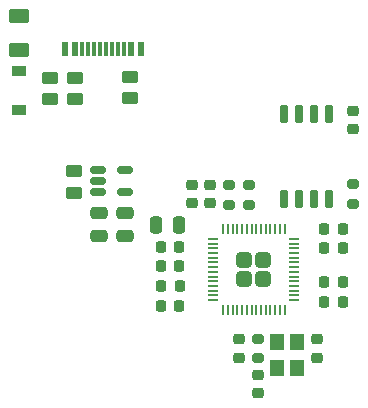
<source format=gbr>
%TF.GenerationSoftware,KiCad,Pcbnew,(6.0.6)*%
%TF.CreationDate,2022-07-15T17:58:13+10:00*%
%TF.ProjectId,SolderingInduction,536f6c64-6572-4696-9e67-496e64756374,1.0.0*%
%TF.SameCoordinates,PX8f0d180PY8f0d180*%
%TF.FileFunction,Paste,Bot*%
%TF.FilePolarity,Positive*%
%FSLAX46Y46*%
G04 Gerber Fmt 4.6, Leading zero omitted, Abs format (unit mm)*
G04 Created by KiCad (PCBNEW (6.0.6)) date 2022-07-15 17:58:13*
%MOMM*%
%LPD*%
G01*
G04 APERTURE LIST*
G04 Aperture macros list*
%AMRoundRect*
0 Rectangle with rounded corners*
0 $1 Rounding radius*
0 $2 $3 $4 $5 $6 $7 $8 $9 X,Y pos of 4 corners*
0 Add a 4 corners polygon primitive as box body*
4,1,4,$2,$3,$4,$5,$6,$7,$8,$9,$2,$3,0*
0 Add four circle primitives for the rounded corners*
1,1,$1+$1,$2,$3*
1,1,$1+$1,$4,$5*
1,1,$1+$1,$6,$7*
1,1,$1+$1,$8,$9*
0 Add four rect primitives between the rounded corners*
20,1,$1+$1,$2,$3,$4,$5,0*
20,1,$1+$1,$4,$5,$6,$7,0*
20,1,$1+$1,$6,$7,$8,$9,0*
20,1,$1+$1,$8,$9,$2,$3,0*%
G04 Aperture macros list end*
%ADD10RoundRect,0.200000X-0.275000X0.200000X-0.275000X-0.200000X0.275000X-0.200000X0.275000X0.200000X0*%
%ADD11RoundRect,0.250000X-0.450000X0.262500X-0.450000X-0.262500X0.450000X-0.262500X0.450000X0.262500X0*%
%ADD12RoundRect,0.250000X0.450000X-0.262500X0.450000X0.262500X-0.450000X0.262500X-0.450000X-0.262500X0*%
%ADD13RoundRect,0.225000X-0.250000X0.225000X-0.250000X-0.225000X0.250000X-0.225000X0.250000X0.225000X0*%
%ADD14RoundRect,0.150000X0.150000X-0.650000X0.150000X0.650000X-0.150000X0.650000X-0.150000X-0.650000X0*%
%ADD15RoundRect,0.225000X-0.225000X-0.250000X0.225000X-0.250000X0.225000X0.250000X-0.225000X0.250000X0*%
%ADD16RoundRect,0.225000X0.225000X0.250000X-0.225000X0.250000X-0.225000X-0.250000X0.225000X-0.250000X0*%
%ADD17R,1.200000X1.400000*%
%ADD18RoundRect,0.225000X0.250000X-0.225000X0.250000X0.225000X-0.250000X0.225000X-0.250000X-0.225000X0*%
%ADD19RoundRect,0.250000X-0.475000X0.250000X-0.475000X-0.250000X0.475000X-0.250000X0.475000X0.250000X0*%
%ADD20RoundRect,0.200000X0.275000X-0.200000X0.275000X0.200000X-0.275000X0.200000X-0.275000X-0.200000X0*%
%ADD21R,1.200000X0.900000*%
%ADD22RoundRect,0.050000X0.387500X0.050000X-0.387500X0.050000X-0.387500X-0.050000X0.387500X-0.050000X0*%
%ADD23RoundRect,0.050000X0.050000X0.387500X-0.050000X0.387500X-0.050000X-0.387500X0.050000X-0.387500X0*%
%ADD24RoundRect,0.249999X0.395001X0.395001X-0.395001X0.395001X-0.395001X-0.395001X0.395001X-0.395001X0*%
%ADD25R,0.600000X1.160000*%
%ADD26R,0.300000X1.160000*%
%ADD27RoundRect,0.250000X-0.625000X0.375000X-0.625000X-0.375000X0.625000X-0.375000X0.625000X0.375000X0*%
%ADD28RoundRect,0.150000X-0.512500X-0.150000X0.512500X-0.150000X0.512500X0.150000X-0.512500X0.150000X0*%
%ADD29RoundRect,0.250000X0.250000X0.475000X-0.250000X0.475000X-0.250000X-0.475000X0.250000X-0.475000X0*%
G04 APERTURE END LIST*
D10*
%TO.C,R3*%
X-11600000Y4125000D03*
X-11600000Y2475000D03*
%TD*%
D11*
%TO.C,R4*%
X-21700000Y13312500D03*
X-21700000Y11487500D03*
%TD*%
D10*
%TO.C,R2*%
X-13300000Y4125000D03*
X-13300000Y2475000D03*
%TD*%
D12*
%TO.C,R8*%
X-26481250Y3487500D03*
X-26481250Y5312500D03*
%TD*%
D13*
%TO.C,C7*%
X-2800000Y10425000D03*
X-2800000Y8875000D03*
%TD*%
D14*
%TO.C,U3*%
X-4845000Y2950000D03*
X-6115000Y2950000D03*
X-7385000Y2950000D03*
X-8655000Y2950000D03*
X-8655000Y10150000D03*
X-7385000Y10150000D03*
X-6115000Y10150000D03*
X-4845000Y10150000D03*
%TD*%
D15*
%TO.C,C14*%
X-5245000Y-4110000D03*
X-3695000Y-4110000D03*
%TD*%
%TO.C,C18*%
X-5250000Y-1200000D03*
X-3700000Y-1200000D03*
%TD*%
D16*
%TO.C,C11*%
X-17525000Y-2750000D03*
X-19075000Y-2750000D03*
%TD*%
%TO.C,C15*%
X-17515000Y-4390000D03*
X-19065000Y-4390000D03*
%TD*%
D13*
%TO.C,C6*%
X-10900000Y-11925000D03*
X-10900000Y-13475000D03*
%TD*%
D17*
%TO.C,Y1*%
X-7550000Y-9200000D03*
X-7550000Y-11400000D03*
X-9250000Y-11400000D03*
X-9250000Y-9200000D03*
%TD*%
D13*
%TO.C,C5*%
X-5900000Y-8925000D03*
X-5900000Y-10475000D03*
%TD*%
D18*
%TO.C,C9*%
X-14900000Y2600000D03*
X-14900000Y4150000D03*
%TD*%
D19*
%TO.C,C2*%
X-24331250Y1750000D03*
X-24331250Y-150000D03*
%TD*%
D20*
%TO.C,R6*%
X-2800000Y2525000D03*
X-2800000Y4175000D03*
%TD*%
D10*
%TO.C,R10*%
X-10900000Y-8875000D03*
X-10900000Y-10525000D03*
%TD*%
D21*
%TO.C,D2*%
X-31100000Y10450000D03*
X-31100000Y13750000D03*
%TD*%
D16*
%TO.C,C17*%
X-17525000Y-6150000D03*
X-19075000Y-6150000D03*
%TD*%
D11*
%TO.C,R7*%
X-28500000Y13212500D03*
X-28500000Y11387500D03*
%TD*%
D19*
%TO.C,C3*%
X-22131250Y1750000D03*
X-22131250Y-150000D03*
%TD*%
D13*
%TO.C,C10*%
X-12470000Y-8935000D03*
X-12470000Y-10485000D03*
%TD*%
D22*
%TO.C,U4*%
X-7784683Y-422183D03*
X-7784683Y-822183D03*
X-7784683Y-1222183D03*
X-7784683Y-1622183D03*
X-7784683Y-2022183D03*
X-7784683Y-2422183D03*
X-7784683Y-2822183D03*
X-7784683Y-3222183D03*
X-7784683Y-3622183D03*
X-7784683Y-4022183D03*
X-7784683Y-4422183D03*
X-7784683Y-4822183D03*
X-7784683Y-5222183D03*
X-7784683Y-5622183D03*
D23*
X-8622183Y-6459683D03*
X-9022183Y-6459683D03*
X-9422183Y-6459683D03*
X-9822183Y-6459683D03*
X-10222183Y-6459683D03*
X-10622183Y-6459683D03*
X-11022183Y-6459683D03*
X-11422183Y-6459683D03*
X-11822183Y-6459683D03*
X-12222183Y-6459683D03*
X-12622183Y-6459683D03*
X-13022183Y-6459683D03*
X-13422183Y-6459683D03*
X-13822183Y-6459683D03*
D22*
X-14659683Y-5622183D03*
X-14659683Y-5222183D03*
X-14659683Y-4822183D03*
X-14659683Y-4422183D03*
X-14659683Y-4022183D03*
X-14659683Y-3622183D03*
X-14659683Y-3222183D03*
X-14659683Y-2822183D03*
X-14659683Y-2422183D03*
X-14659683Y-2022183D03*
X-14659683Y-1622183D03*
X-14659683Y-1222183D03*
X-14659683Y-822183D03*
X-14659683Y-422183D03*
D23*
X-13822183Y415317D03*
X-13422183Y415317D03*
X-13022183Y415317D03*
X-12622183Y415317D03*
X-12222183Y415317D03*
X-11822183Y415317D03*
X-11422183Y415317D03*
X-11022183Y415317D03*
X-10622183Y415317D03*
X-10222183Y415317D03*
X-9822183Y415317D03*
X-9422183Y415317D03*
X-9022183Y415317D03*
X-8622183Y415317D03*
D24*
X-10422183Y-2222183D03*
X-10422183Y-3822183D03*
X-12022183Y-2222183D03*
X-12022183Y-3822183D03*
%TD*%
D25*
%TO.C,J1*%
X-27200000Y15665000D03*
X-26400000Y15665000D03*
D26*
X-25250000Y15665000D03*
X-24250000Y15665000D03*
X-23750000Y15665000D03*
X-22750000Y15665000D03*
D25*
X-21600000Y15665000D03*
X-20800000Y15665000D03*
X-20800000Y15665000D03*
X-21600000Y15665000D03*
D26*
X-22250000Y15665000D03*
X-23250000Y15665000D03*
X-24750000Y15665000D03*
X-25750000Y15665000D03*
D25*
X-26400000Y15665000D03*
X-27200000Y15665000D03*
%TD*%
D27*
%TO.C,F1*%
X-31100000Y18400000D03*
X-31100000Y15600000D03*
%TD*%
D16*
%TO.C,C12*%
X-17525000Y-1100000D03*
X-19075000Y-1100000D03*
%TD*%
D15*
%TO.C,C13*%
X-5250000Y400000D03*
X-3700000Y400000D03*
%TD*%
%TO.C,C16*%
X-5250000Y-5750000D03*
X-3700000Y-5750000D03*
%TD*%
D11*
%TO.C,R5*%
X-26400000Y13212500D03*
X-26400000Y11387500D03*
%TD*%
D28*
%TO.C,U1*%
X-24418750Y3500000D03*
X-24418750Y4450000D03*
X-24418750Y5400000D03*
X-22143750Y5400000D03*
X-22143750Y3500000D03*
%TD*%
D29*
%TO.C,C4*%
X-17575000Y750000D03*
X-19475000Y750000D03*
%TD*%
D18*
%TO.C,C8*%
X-16500000Y2600000D03*
X-16500000Y4150000D03*
%TD*%
M02*

</source>
